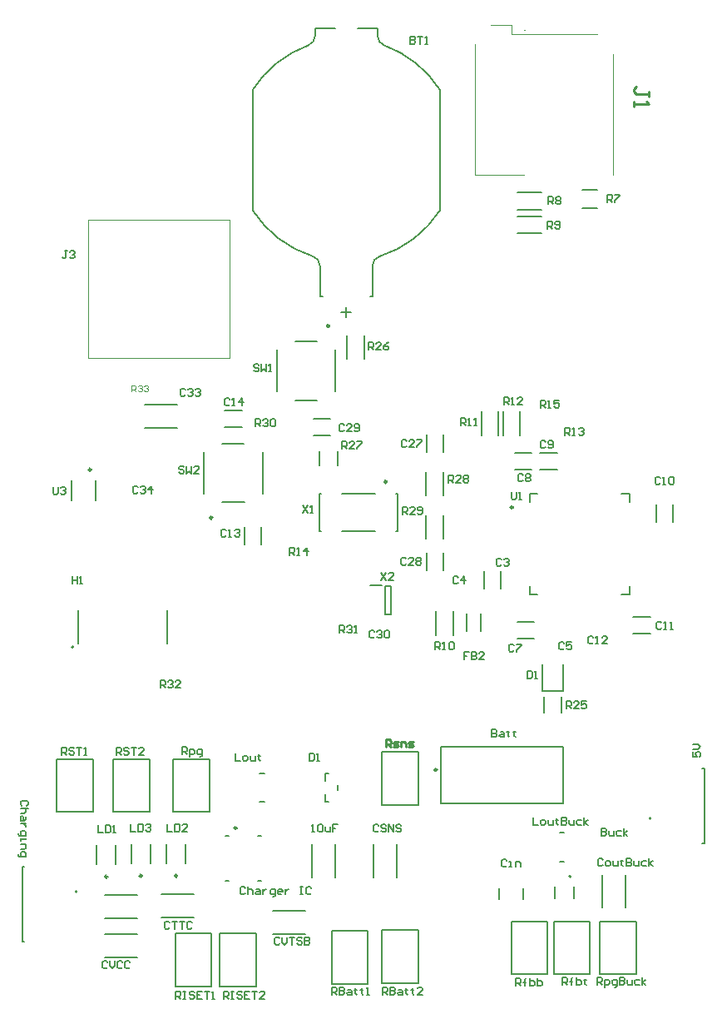
<source format=gto>
G04*
G04 #@! TF.GenerationSoftware,Altium Limited,Altium Designer,23.4.1 (23)*
G04*
G04 Layer_Color=65535*
%FSLAX25Y25*%
%MOIN*%
G70*
G04*
G04 #@! TF.SameCoordinates,3C4277FE-F450-4ED3-BB46-299587BC0101*
G04*
G04*
G04 #@! TF.FilePolarity,Positive*
G04*
G01*
G75*
%ADD10C,0.00394*%
%ADD11C,0.00787*%
%ADD12C,0.00984*%
%ADD13C,0.00500*%
%ADD14C,0.00700*%
%ADD15C,0.01000*%
%ADD16C,0.00492*%
D10*
X453642Y490158D02*
G03*
X453248Y490158I-197J0D01*
G01*
D02*
G03*
X453642Y490158I197J0D01*
G01*
X433465Y432283D02*
Y484646D01*
Y432283D02*
X453248D01*
X488779D02*
Y480709D01*
X439862Y492283D02*
X448130D01*
Y488583D02*
Y492283D01*
Y488583D02*
X482382D01*
X278425Y414449D02*
X335118D01*
Y358937D02*
Y414449D01*
X278425Y358937D02*
X335118D01*
X278425D02*
Y414449D01*
D11*
X274091Y145346D02*
G03*
X274091Y145346I-394J0D01*
G01*
X504035Y174606D02*
G03*
X504035Y174606I-394J0D01*
G01*
X471917Y151390D02*
G03*
X471917Y151390I-394J0D01*
G01*
X272579Y243307D02*
G03*
X272579Y243307I-394J0D01*
G01*
X395358Y399717D02*
G03*
X392382Y395839I1039J-3879D01*
G01*
X395357Y399719D02*
G03*
X419390Y418090I-13468J42525D01*
G01*
X419391Y466398D02*
G03*
X397179Y484149I-37501J-24154D01*
G01*
X394390Y487972D02*
G03*
X397178Y484149I4016J0D01*
G01*
X366602D02*
G03*
X369390Y487972I-1228J3824D01*
G01*
X366602Y484148D02*
G03*
X344390Y466398I15288J-41905D01*
G01*
X344390Y418092D02*
G03*
X368423Y399722I37501J24154D01*
G01*
X371398Y395839D02*
G03*
X368421Y399717I-4016J0D01*
G01*
X493626Y138961D02*
Y152001D01*
X484327Y138961D02*
Y152001D01*
X313386Y107480D02*
Y128740D01*
X327953D01*
Y107480D02*
Y128740D01*
X313386Y107480D02*
X327953D01*
X331102Y107480D02*
Y128740D01*
X345669D01*
Y107480D02*
Y128740D01*
X331102Y107480D02*
X345669D01*
X333465Y167717D02*
X334764D01*
X346339D02*
X347638D01*
Y149606D02*
Y149823D01*
Y167500D02*
Y167717D01*
X333465Y149606D02*
X334764D01*
X346339D02*
X347638D01*
X333465D02*
Y149823D01*
Y167500D02*
Y167717D01*
X301149Y330929D02*
X314189D01*
X301149Y340229D02*
X314189D01*
X285008Y119118D02*
X298047D01*
X285008Y128418D02*
X298047D01*
X303150Y177165D02*
Y198425D01*
X288583Y177165D02*
X303150D01*
X288583D02*
Y198425D01*
X303150D01*
X280315Y177165D02*
Y198425D01*
X265748Y177165D02*
X280315D01*
X265748D02*
Y198425D01*
X280315D01*
X396063Y179921D02*
Y201181D01*
X410630D01*
Y179921D02*
Y201181D01*
X396063Y179921D02*
X410630D01*
X479528Y112205D02*
Y133465D01*
X464961Y112205D02*
X479528D01*
X464961D02*
Y133465D01*
X479528D01*
X483465Y112205D02*
Y133465D01*
X498032D01*
Y112205D02*
Y133465D01*
X483465Y112205D02*
X498032D01*
X448031D02*
Y133465D01*
X462598D01*
Y112205D02*
Y133465D01*
X448031Y112205D02*
X462598D01*
X467308Y168918D02*
X469267D01*
X467308Y157484D02*
X469267D01*
X396063Y108661D02*
Y129921D01*
X410630D01*
Y108661D02*
Y129921D01*
X396063Y108661D02*
X410630D01*
X375984Y108268D02*
Y129528D01*
X390551D01*
Y108268D02*
Y129528D01*
X375984Y108268D02*
X390551D01*
X352346Y137575D02*
X365386D01*
X352346Y128275D02*
X365386D01*
X317504Y156595D02*
Y164469D01*
X309827Y156595D02*
Y164469D01*
X303331Y156595D02*
Y164469D01*
X295654Y156595D02*
Y164469D01*
X289551Y156201D02*
Y164075D01*
X281874Y156201D02*
Y164075D01*
X307842Y134866D02*
X320882D01*
X307842Y144166D02*
X320882D01*
X468701Y180709D02*
Y203346D01*
X419882D02*
X468701D01*
X419882Y180709D02*
Y203346D01*
Y180709D02*
X468701D01*
X312598Y177165D02*
Y198425D01*
X327165D01*
Y177165D02*
Y198425D01*
X312598Y177165D02*
X327165D01*
X443110Y142323D02*
Y146654D01*
X452953Y142323D02*
Y146654D01*
X378543Y185960D02*
Y188055D01*
X373425Y192717D02*
X374697D01*
X373425Y181299D02*
Y184315D01*
Y189701D02*
Y192717D01*
Y181299D02*
X374697D01*
X347056Y181169D02*
X349015D01*
X347056Y192603D02*
X349015D01*
X377339Y151149D02*
Y164189D01*
X368039Y151149D02*
Y164189D01*
X285023Y143874D02*
X298063D01*
X285023Y134575D02*
X298063D01*
X402142Y151149D02*
Y164189D01*
X392842Y151149D02*
Y164189D01*
X310079Y244567D02*
Y258071D01*
X274409Y244567D02*
Y258071D01*
X455315Y304528D02*
X458563D01*
X492224D02*
X495472D01*
Y264370D02*
Y267618D01*
Y301280D02*
Y304528D01*
X455315Y264370D02*
X458563D01*
X492224D02*
X495472D01*
X455315D02*
Y267618D01*
Y301280D02*
Y304528D01*
X451402Y328096D02*
Y337593D01*
X444661Y328096D02*
Y337593D01*
X371398Y383661D02*
X372386D01*
X392382D02*
Y395839D01*
X419390Y418090D02*
Y466399D01*
X394390Y487972D02*
Y491142D01*
X369390D02*
X377386D01*
X369390Y487972D02*
Y491142D01*
X344390Y418090D02*
Y466399D01*
X371398Y383661D02*
Y395839D01*
X381890Y375433D02*
Y379370D01*
X379921Y377402D02*
X383858D01*
X391394Y383661D02*
X392382D01*
X386394Y491142D02*
X394390D01*
X332169Y301201D02*
X341059D01*
X332169Y324784D02*
X340945D01*
X324823Y304709D02*
Y321260D01*
X348406Y304709D02*
Y321260D01*
X353957Y345669D02*
Y362220D01*
X377539Y345669D02*
Y362220D01*
X361417Y342146D02*
X370193D01*
X361303Y365728D02*
X370193D01*
X368680Y334559D02*
X375569D01*
X368701Y327854D02*
X375590D01*
X378543Y315884D02*
Y321790D01*
X371260Y315884D02*
Y321790D01*
X450571Y415670D02*
X460067D01*
X450571Y408929D02*
X460067D01*
X476416Y426378D02*
X482321D01*
X476416Y419094D02*
X482321D01*
X450559Y418480D02*
X460055D01*
X450559Y425221D02*
X460055D01*
X512807Y293384D02*
Y300274D01*
X506102Y293405D02*
Y300295D01*
X437205Y266634D02*
Y273524D01*
X443909Y266655D02*
Y273545D01*
X424630Y248008D02*
Y257504D01*
X417889Y248008D02*
Y257504D01*
X420693Y303913D02*
Y313410D01*
X413952Y303913D02*
Y313410D01*
X449290Y314358D02*
X456180D01*
X449311Y321063D02*
X456201D01*
X420669Y274114D02*
Y281004D01*
X413965Y274093D02*
Y280983D01*
X271654Y301851D02*
Y310119D01*
X281496Y301851D02*
Y310119D01*
X380118Y289764D02*
X393504D01*
X380118Y304724D02*
X393504D01*
X371063Y289764D02*
X371850D01*
X371063D02*
Y304724D01*
X371850D01*
X401772Y289764D02*
X402559D01*
Y304724D01*
X401772D02*
X402559D01*
X389008Y358539D02*
Y368036D01*
X382267Y358539D02*
Y368036D01*
X347846Y284371D02*
Y291261D01*
X341142Y284350D02*
Y291240D01*
X391339Y267913D02*
X396063D01*
X397441Y256299D02*
Y267717D01*
Y256299D02*
X399803D01*
Y267717D01*
X397441D02*
X399803D01*
X450394Y253248D02*
X457283D01*
X450373Y246543D02*
X457262D01*
X435925Y249803D02*
Y256693D01*
X430216Y249803D02*
Y256693D01*
X496949Y255315D02*
X503839D01*
X496928Y248610D02*
X503818D01*
X460433Y225787D02*
Y236417D01*
Y225787D02*
X468701D01*
Y236417D01*
X468110Y217126D02*
Y223425D01*
X461024Y217126D02*
Y223425D01*
X420693Y286590D02*
Y296087D01*
X413952Y286590D02*
Y296087D01*
X333148Y338004D02*
X340038D01*
X333169Y331299D02*
X340059D01*
X420681Y321379D02*
Y328269D01*
X413976Y321358D02*
Y328248D01*
X459568Y314358D02*
X466458D01*
X459547Y321063D02*
X466437D01*
X436197Y328035D02*
Y337532D01*
X442937Y328035D02*
Y337532D01*
D12*
X337992Y170768D02*
G03*
X337992Y170768I-492J0D01*
G01*
X314158Y151673D02*
G03*
X314158Y151673I-492J0D01*
G01*
X299984D02*
G03*
X299984Y151673I-492J0D01*
G01*
X286205Y151279D02*
G03*
X286205Y151279I-492J0D01*
G01*
X418209Y194095D02*
G03*
X418209Y194095I-492J0D01*
G01*
X448720Y299213D02*
G03*
X448720Y299213I-492J0D01*
G01*
X328248Y295079D02*
G03*
X328248Y295079I-492J0D01*
G01*
X375098Y371850D02*
G03*
X375098Y371850I-492J0D01*
G01*
X279626Y314261D02*
G03*
X279626Y314261I-492J0D01*
G01*
X398130Y309449D02*
G03*
X398130Y309449I-492J0D01*
G01*
D13*
X252043Y125268D02*
X252949D01*
X252043D02*
Y155189D01*
X252949D01*
X524390Y194685D02*
X525295D01*
Y164764D02*
Y194685D01*
X524390Y164764D02*
X525295D01*
X473000Y142728D02*
Y147453D01*
X465323Y142728D02*
Y147453D01*
D14*
X332698Y102437D02*
Y105437D01*
X334197D01*
X334697Y104937D01*
Y103937D01*
X334197Y103437D01*
X332698D01*
X333697D02*
X334697Y102437D01*
X335697Y105437D02*
X336696D01*
X336196D01*
Y102437D01*
X335697D01*
X336696D01*
X340195Y104937D02*
X339695Y105437D01*
X338696D01*
X338196Y104937D01*
Y104437D01*
X338696Y103937D01*
X339695D01*
X340195Y103437D01*
Y102937D01*
X339695Y102437D01*
X338696D01*
X338196Y102937D01*
X343194Y105437D02*
X341195D01*
Y102437D01*
X343194D01*
X341195Y103937D02*
X342195D01*
X344194Y105437D02*
X346193D01*
X345194D01*
Y102437D01*
X349192D02*
X347193D01*
X349192Y104437D01*
Y104937D01*
X348692Y105437D01*
X347693D01*
X347193Y104937D01*
X469480Y328028D02*
Y331027D01*
X470979D01*
X471479Y330527D01*
Y329528D01*
X470979Y329028D01*
X469480D01*
X470479D02*
X471479Y328028D01*
X472479D02*
X473478D01*
X472978D01*
Y331027D01*
X472479Y330527D01*
X474978D02*
X475478Y331027D01*
X476477D01*
X476977Y330527D01*
Y330027D01*
X476477Y329528D01*
X475978D01*
X476477D01*
X476977Y329028D01*
Y328528D01*
X476477Y328028D01*
X475478D01*
X474978Y328528D01*
X317292Y346275D02*
X316792Y346775D01*
X315792D01*
X315293Y346275D01*
Y344276D01*
X315792Y343776D01*
X316792D01*
X317292Y344276D01*
X318292Y346275D02*
X318792Y346775D01*
X319791D01*
X320291Y346275D01*
Y345775D01*
X319791Y345276D01*
X319291D01*
X319791D01*
X320291Y344776D01*
Y344276D01*
X319791Y343776D01*
X318792D01*
X318292Y344276D01*
X321291Y346275D02*
X321791Y346775D01*
X322790D01*
X323290Y346275D01*
Y345775D01*
X322790Y345276D01*
X322290D01*
X322790D01*
X323290Y344776D01*
Y344276D01*
X322790Y343776D01*
X321791D01*
X321291Y344276D01*
X286265Y117141D02*
X285765Y117641D01*
X284765D01*
X284266Y117141D01*
Y115142D01*
X284765Y114642D01*
X285765D01*
X286265Y115142D01*
X287265Y117641D02*
Y115642D01*
X288264Y114642D01*
X289264Y115642D01*
Y117641D01*
X292263Y117141D02*
X291763Y117641D01*
X290763D01*
X290264Y117141D01*
Y115142D01*
X290763Y114642D01*
X291763D01*
X292263Y115142D01*
X295262Y117141D02*
X294762Y117641D01*
X293762D01*
X293263Y117141D01*
Y115142D01*
X293762Y114642D01*
X294762D01*
X295262Y115142D01*
X520843Y201272D02*
Y199273D01*
X522342D01*
X521843Y200272D01*
Y200772D01*
X522342Y201272D01*
X523342D01*
X523842Y200772D01*
Y199772D01*
X523342Y199273D01*
X520843Y202272D02*
X522842D01*
X523842Y203271D01*
X522842Y204271D01*
X520843D01*
X289777Y200075D02*
Y203074D01*
X291277D01*
X291777Y202574D01*
Y201575D01*
X291277Y201075D01*
X289777D01*
X290777D02*
X291777Y200075D01*
X294776Y202574D02*
X294276Y203074D01*
X293276D01*
X292776Y202574D01*
Y202075D01*
X293276Y201575D01*
X294276D01*
X294776Y201075D01*
Y200575D01*
X294276Y200075D01*
X293276D01*
X292776Y200575D01*
X295775Y203074D02*
X297775D01*
X296775D01*
Y200075D01*
X300774D02*
X298775D01*
X300774Y202075D01*
Y202574D01*
X300274Y203074D01*
X299274D01*
X298775Y202574D01*
X267836Y200075D02*
Y203074D01*
X269336D01*
X269836Y202574D01*
Y201575D01*
X269336Y201075D01*
X267836D01*
X268836D02*
X269836Y200075D01*
X272835Y202574D02*
X272335Y203074D01*
X271335D01*
X270835Y202574D01*
Y202075D01*
X271335Y201575D01*
X272335D01*
X272835Y201075D01*
Y200575D01*
X272335Y200075D01*
X271335D01*
X270835Y200575D01*
X273834Y203074D02*
X275834D01*
X274834D01*
Y200075D01*
X276833D02*
X277833D01*
X277333D01*
Y203074D01*
X276833Y202574D01*
X316080Y200181D02*
Y203181D01*
X317580D01*
X318079Y202681D01*
Y201681D01*
X317580Y201181D01*
X316080D01*
X317080D02*
X318079Y200181D01*
X319079Y199182D02*
Y202181D01*
X320579D01*
X321078Y201681D01*
Y200681D01*
X320579Y200181D01*
X319079D01*
X323078Y199182D02*
X323578D01*
X324077Y199682D01*
Y202181D01*
X322578D01*
X322078Y201681D01*
Y200681D01*
X322578Y200181D01*
X324077D01*
X482379Y108055D02*
Y111055D01*
X483879D01*
X484378Y110555D01*
Y109555D01*
X483879Y109055D01*
X482379D01*
X483379D02*
X484378Y108055D01*
X485378Y107056D02*
Y110055D01*
X486878D01*
X487378Y109555D01*
Y108555D01*
X486878Y108055D01*
X485378D01*
X489377Y107056D02*
X489877D01*
X490377Y107556D01*
Y110055D01*
X488877D01*
X488377Y109555D01*
Y108555D01*
X488877Y108055D01*
X490377D01*
X491376Y111055D02*
Y108055D01*
X492876D01*
X493376Y108555D01*
Y109055D01*
X492876Y109555D01*
X491376D01*
X492876D01*
X493376Y110055D01*
Y110555D01*
X492876Y111055D01*
X491376D01*
X494375Y110055D02*
Y108555D01*
X494875Y108055D01*
X496375D01*
Y110055D01*
X499374D02*
X497874D01*
X497374Y109555D01*
Y108555D01*
X497874Y108055D01*
X499374D01*
X500373D02*
Y111055D01*
Y109055D02*
X501873Y110055D01*
X500373Y109055D02*
X501873Y108055D01*
X313512Y102437D02*
Y105437D01*
X315012D01*
X315512Y104937D01*
Y103937D01*
X315012Y103437D01*
X313512D01*
X314512D02*
X315512Y102437D01*
X316511Y105437D02*
X317511D01*
X317011D01*
Y102437D01*
X316511D01*
X317511D01*
X321010Y104937D02*
X320510Y105437D01*
X319510D01*
X319011Y104937D01*
Y104437D01*
X319510Y103937D01*
X320510D01*
X321010Y103437D01*
Y102937D01*
X320510Y102437D01*
X319510D01*
X319011Y102937D01*
X324009Y105437D02*
X322010D01*
Y102437D01*
X324009D01*
X322010Y103937D02*
X323009D01*
X325009Y105437D02*
X327008D01*
X326008D01*
Y102437D01*
X328008D02*
X329007D01*
X328507D01*
Y105437D01*
X328008Y104937D01*
X468480Y107949D02*
Y110948D01*
X469979D01*
X470479Y110449D01*
Y109449D01*
X469979Y108949D01*
X468480D01*
X469480D02*
X470479Y107949D01*
X471979D02*
Y110449D01*
Y109449D01*
X471479D01*
X472479D01*
X471979D01*
Y110449D01*
X472479Y110948D01*
X473978D02*
Y107949D01*
X475478D01*
X475978Y108449D01*
Y108949D01*
Y109449D01*
X475478Y109949D01*
X473978D01*
X477477Y110449D02*
Y109949D01*
X476977D01*
X477977D01*
X477477D01*
Y108449D01*
X477977Y107949D01*
X449870Y107556D02*
Y110555D01*
X451369D01*
X451869Y110055D01*
Y109055D01*
X451369Y108555D01*
X449870D01*
X450870D02*
X451869Y107556D01*
X453369D02*
Y110055D01*
Y109055D01*
X452869D01*
X453868D01*
X453369D01*
Y110055D01*
X453868Y110555D01*
X455368D02*
Y107556D01*
X456868D01*
X457367Y108055D01*
Y108555D01*
Y109055D01*
X456868Y109555D01*
X455368D01*
X458367Y110555D02*
Y107556D01*
X459867D01*
X460366Y108055D01*
Y108555D01*
Y109055D01*
X459867Y109555D01*
X458367D01*
X396333Y104012D02*
Y107011D01*
X397833D01*
X398333Y106511D01*
Y105512D01*
X397833Y105012D01*
X396333D01*
X397333D02*
X398333Y104012D01*
X399332Y107011D02*
Y104012D01*
X400832D01*
X401332Y104512D01*
Y105012D01*
X400832Y105512D01*
X399332D01*
X400832D01*
X401332Y106012D01*
Y106511D01*
X400832Y107011D01*
X399332D01*
X402831Y106012D02*
X403831D01*
X404331Y105512D01*
Y104012D01*
X402831D01*
X402331Y104512D01*
X402831Y105012D01*
X404331D01*
X405830Y106511D02*
Y106012D01*
X405330D01*
X406330D01*
X405830D01*
Y104512D01*
X406330Y104012D01*
X408329Y106511D02*
Y106012D01*
X407830D01*
X408829D01*
X408329D01*
Y104512D01*
X408829Y104012D01*
X412328D02*
X410329D01*
X412328Y106012D01*
Y106511D01*
X411828Y107011D01*
X410829D01*
X410329Y106511D01*
X375967Y104012D02*
Y107011D01*
X377467D01*
X377966Y106511D01*
Y105512D01*
X377467Y105012D01*
X375967D01*
X376967D02*
X377966Y104012D01*
X378966Y107011D02*
Y104012D01*
X380466D01*
X380965Y104512D01*
Y105012D01*
X380466Y105512D01*
X378966D01*
X380466D01*
X380965Y106012D01*
Y106511D01*
X380466Y107011D01*
X378966D01*
X382465Y106012D02*
X383465D01*
X383964Y105512D01*
Y104012D01*
X382465D01*
X381965Y104512D01*
X382465Y105012D01*
X383964D01*
X385464Y106511D02*
Y106012D01*
X384964D01*
X385964D01*
X385464D01*
Y104512D01*
X385964Y104012D01*
X387963Y106511D02*
Y106012D01*
X387463D01*
X388463D01*
X387963D01*
Y104512D01*
X388463Y104012D01*
X389963D02*
X390962D01*
X390462D01*
Y107011D01*
X389963Y106511D01*
X337300Y200699D02*
Y197700D01*
X339299D01*
X340799D02*
X341798D01*
X342298Y198200D01*
Y199199D01*
X341798Y199699D01*
X340799D01*
X340299Y199199D01*
Y198200D01*
X340799Y197700D01*
X343298Y199699D02*
Y198200D01*
X343798Y197700D01*
X345297D01*
Y199699D01*
X346797Y200199D02*
Y199699D01*
X346297D01*
X347297D01*
X346797D01*
Y198200D01*
X347297Y197700D01*
X456720Y175122D02*
Y172123D01*
X458719D01*
X460219D02*
X461219D01*
X461719Y172622D01*
Y173622D01*
X461219Y174122D01*
X460219D01*
X459719Y173622D01*
Y172622D01*
X460219Y172123D01*
X462718Y174122D02*
Y172622D01*
X463218Y172123D01*
X464717D01*
Y174122D01*
X466217Y174622D02*
Y174122D01*
X465717D01*
X466717D01*
X466217D01*
Y172622D01*
X466717Y172123D01*
X468216Y175122D02*
Y172123D01*
X469716D01*
X470216Y172622D01*
Y173122D01*
X469716Y173622D01*
X468216D01*
X469716D01*
X470216Y174122D01*
Y174622D01*
X469716Y175122D01*
X468216D01*
X471215Y174122D02*
Y172622D01*
X471715Y172123D01*
X473215D01*
Y174122D01*
X476214D02*
X474714D01*
X474214Y173622D01*
Y172622D01*
X474714Y172123D01*
X476214D01*
X477213D02*
Y175122D01*
Y173122D02*
X478713Y174122D01*
X477213Y173122D02*
X478713Y172123D01*
X295608Y172366D02*
Y169367D01*
X297607D01*
X298607Y172366D02*
Y169367D01*
X300106D01*
X300606Y169867D01*
Y171866D01*
X300106Y172366D01*
X298607D01*
X301606Y171866D02*
X302105Y172366D01*
X303105D01*
X303605Y171866D01*
Y171366D01*
X303105Y170866D01*
X302605D01*
X303105D01*
X303605Y170366D01*
Y169867D01*
X303105Y169367D01*
X302105D01*
X301606Y169867D01*
X367000Y200799D02*
Y197800D01*
X368499D01*
X368999Y198300D01*
Y200299D01*
X368499Y200799D01*
X367000D01*
X369999Y197800D02*
X370999D01*
X370499D01*
Y200799D01*
X369999Y200299D01*
X355238Y126590D02*
X354738Y127090D01*
X353738D01*
X353239Y126590D01*
Y124591D01*
X353738Y124091D01*
X354738D01*
X355238Y124591D01*
X356238Y127090D02*
Y125091D01*
X357237Y124091D01*
X358237Y125091D01*
Y127090D01*
X359237D02*
X361236D01*
X360236D01*
Y124091D01*
X364235Y126590D02*
X363735Y127090D01*
X362735D01*
X362236Y126590D01*
Y126090D01*
X362735Y125591D01*
X363735D01*
X364235Y125091D01*
Y124591D01*
X363735Y124091D01*
X362735D01*
X362236Y124591D01*
X365235Y127090D02*
Y124091D01*
X366734D01*
X367234Y124591D01*
Y125091D01*
X366734Y125591D01*
X365235D01*
X366734D01*
X367234Y126090D01*
Y126590D01*
X366734Y127090D01*
X365235D01*
X311068Y132889D02*
X310568Y133389D01*
X309569D01*
X309069Y132889D01*
Y130890D01*
X309569Y130390D01*
X310568D01*
X311068Y130890D01*
X312068Y133389D02*
X314067D01*
X313067D01*
Y130390D01*
X315067Y133389D02*
X317066D01*
X316066D01*
Y130390D01*
X320065Y132889D02*
X319565Y133389D01*
X318566D01*
X318066Y132889D01*
Y130890D01*
X318566Y130390D01*
X319565D01*
X320065Y130890D01*
X394799Y171799D02*
X394300Y172299D01*
X393300D01*
X392800Y171799D01*
Y169800D01*
X393300Y169300D01*
X394300D01*
X394799Y169800D01*
X397798Y171799D02*
X397299Y172299D01*
X396299D01*
X395799Y171799D01*
Y171299D01*
X396299Y170800D01*
X397299D01*
X397798Y170300D01*
Y169800D01*
X397299Y169300D01*
X396299D01*
X395799Y169800D01*
X398798Y169300D02*
Y172299D01*
X400797Y169300D01*
Y172299D01*
X403796Y171799D02*
X403297Y172299D01*
X402297D01*
X401797Y171799D01*
Y171299D01*
X402297Y170800D01*
X403297D01*
X403796Y170300D01*
Y169800D01*
X403297Y169300D01*
X402297D01*
X401797Y169800D01*
X484704Y158086D02*
X484204Y158586D01*
X483204D01*
X482704Y158086D01*
Y156087D01*
X483204Y155587D01*
X484204D01*
X484704Y156087D01*
X486203Y155587D02*
X487203D01*
X487703Y156087D01*
Y157087D01*
X487203Y157586D01*
X486203D01*
X485703Y157087D01*
Y156087D01*
X486203Y155587D01*
X488702Y157586D02*
Y156087D01*
X489202Y155587D01*
X490702D01*
Y157586D01*
X492201Y158086D02*
Y157586D01*
X491701D01*
X492701D01*
X492201D01*
Y156087D01*
X492701Y155587D01*
X494201Y158586D02*
Y155587D01*
X495700D01*
X496200Y156087D01*
Y156587D01*
X495700Y157087D01*
X494201D01*
X495700D01*
X496200Y157586D01*
Y158086D01*
X495700Y158586D01*
X494201D01*
X497200Y157586D02*
Y156087D01*
X497699Y155587D01*
X499199D01*
Y157586D01*
X502198D02*
X500699D01*
X500199Y157087D01*
Y156087D01*
X500699Y155587D01*
X502198D01*
X503198D02*
Y158586D01*
Y156587D02*
X504697Y157586D01*
X503198Y156587D02*
X504697Y155587D01*
X446282Y157693D02*
X445782Y158192D01*
X444783D01*
X444283Y157693D01*
Y155693D01*
X444783Y155193D01*
X445782D01*
X446282Y155693D01*
X447282Y155193D02*
X448281D01*
X447782D01*
Y157193D01*
X447282D01*
X449781Y155193D02*
Y157193D01*
X451280D01*
X451780Y156693D01*
Y155193D01*
X253862Y179719D02*
X254362Y180219D01*
Y181219D01*
X253862Y181719D01*
X251862D01*
X251362Y181219D01*
Y180219D01*
X251862Y179719D01*
X254362Y178720D02*
X251362D01*
X252862D01*
X253362Y178220D01*
Y177220D01*
X252862Y176720D01*
X251362D01*
X253362Y175221D02*
Y174221D01*
X252862Y173721D01*
X251362D01*
Y175221D01*
X251862Y175721D01*
X252362Y175221D01*
Y173721D01*
X253362Y172722D02*
X251362D01*
X252362D01*
X252862Y172222D01*
X253362Y171722D01*
Y171222D01*
X250363Y168723D02*
Y168223D01*
X250863Y167723D01*
X253362D01*
Y169223D01*
X252862Y169723D01*
X251862D01*
X251362Y169223D01*
Y167723D01*
Y166724D02*
Y165724D01*
Y166224D01*
X253362D01*
Y166724D01*
X251362Y164225D02*
X253362D01*
Y162725D01*
X252862Y162225D01*
X251362D01*
X250363Y160226D02*
Y159726D01*
X250863Y159226D01*
X253362D01*
Y160726D01*
X252862Y161225D01*
X251862D01*
X251362Y160726D01*
Y159226D01*
X282328Y171972D02*
Y168973D01*
X284327D01*
X285327Y171972D02*
Y168973D01*
X286826D01*
X287326Y169473D01*
Y171472D01*
X286826Y171972D01*
X285327D01*
X288326Y168973D02*
X289326D01*
X288826D01*
Y171972D01*
X288326Y171472D01*
X341297Y146775D02*
X340797Y147275D01*
X339798D01*
X339298Y146775D01*
Y144776D01*
X339798Y144276D01*
X340797D01*
X341297Y144776D01*
X342297Y147275D02*
Y144276D01*
Y145775D01*
X342797Y146275D01*
X343796D01*
X344296Y145775D01*
Y144276D01*
X345796Y146275D02*
X346796D01*
X347295Y145775D01*
Y144276D01*
X345796D01*
X345296Y144776D01*
X345796Y145276D01*
X347295D01*
X348295Y146275D02*
Y144276D01*
Y145276D01*
X348795Y145775D01*
X349295Y146275D01*
X349795D01*
X352294Y143276D02*
X352794D01*
X353293Y143776D01*
Y146275D01*
X351794D01*
X351294Y145775D01*
Y144776D01*
X351794Y144276D01*
X353293D01*
X355793D02*
X354793D01*
X354293Y144776D01*
Y145775D01*
X354793Y146275D01*
X355793D01*
X356292Y145775D01*
Y145276D01*
X354293D01*
X357292Y146275D02*
Y144276D01*
Y145276D01*
X357792Y145775D01*
X358292Y146275D01*
X358792D01*
X363290Y147275D02*
X364290D01*
X363790D01*
Y144276D01*
X363290D01*
X364290D01*
X367789Y146775D02*
X367289Y147275D01*
X366289D01*
X365789Y146775D01*
Y144776D01*
X366289Y144276D01*
X367289D01*
X367789Y144776D01*
X484122Y170791D02*
Y167792D01*
X485621D01*
X486121Y168292D01*
Y168791D01*
X485621Y169291D01*
X484122D01*
X485621D01*
X486121Y169791D01*
Y170291D01*
X485621Y170791D01*
X484122D01*
X487121Y169791D02*
Y168292D01*
X487621Y167792D01*
X489120D01*
Y169791D01*
X492119D02*
X490620D01*
X490120Y169291D01*
Y168292D01*
X490620Y167792D01*
X492119D01*
X493119D02*
Y170791D01*
Y168791D02*
X494618Y169791D01*
X493119Y168791D02*
X494618Y167792D01*
X440133Y210161D02*
Y207162D01*
X441633D01*
X442133Y207662D01*
Y208162D01*
X441633Y208661D01*
X440133D01*
X441633D01*
X442133Y209161D01*
Y209661D01*
X441633Y210161D01*
X440133D01*
X443632Y209161D02*
X444632D01*
X445132Y208661D01*
Y207162D01*
X443632D01*
X443132Y207662D01*
X443632Y208162D01*
X445132D01*
X446631Y209661D02*
Y209161D01*
X446132D01*
X447131D01*
X446631D01*
Y207662D01*
X447131Y207162D01*
X449130Y209661D02*
Y209161D01*
X448631D01*
X449630D01*
X449130D01*
Y207662D01*
X449630Y207162D01*
X368000Y169300D02*
X369000D01*
X368500D01*
Y172299D01*
X368000Y171799D01*
X370499D02*
X370999Y172299D01*
X371999D01*
X372498Y171799D01*
Y169800D01*
X371999Y169300D01*
X370999D01*
X370499Y169800D01*
Y171799D01*
X373498Y171299D02*
Y169800D01*
X373998Y169300D01*
X375498D01*
Y171299D01*
X378497Y172299D02*
X376497D01*
Y170800D01*
X377497D01*
X376497D01*
Y169300D01*
X310174Y172366D02*
Y169367D01*
X312174D01*
X313174Y172366D02*
Y169367D01*
X314673D01*
X315173Y169867D01*
Y171866D01*
X314673Y172366D01*
X313174D01*
X318172Y169367D02*
X316173D01*
X318172Y171366D01*
Y171866D01*
X317672Y172366D01*
X316672D01*
X316173Y171866D01*
X448001Y305436D02*
Y302937D01*
X448500Y302437D01*
X449500D01*
X450000Y302937D01*
Y305436D01*
X451000Y302437D02*
X451999D01*
X451500D01*
Y305436D01*
X451000Y304937D01*
X445070Y340233D02*
Y343232D01*
X446570D01*
X447070Y342732D01*
Y341732D01*
X446570Y341232D01*
X445070D01*
X446070D02*
X447070Y340233D01*
X448069D02*
X449069D01*
X448569D01*
Y343232D01*
X448069Y342732D01*
X452568Y340233D02*
X450568D01*
X452568Y342232D01*
Y342732D01*
X452068Y343232D01*
X451068D01*
X450568Y342732D01*
X272100Y271599D02*
Y268600D01*
Y270099D01*
X274099D01*
Y271599D01*
Y268600D01*
X275099D02*
X276099D01*
X275599D01*
Y271599D01*
X275099Y271099D01*
X269973Y401893D02*
X268973D01*
X269473D01*
Y399394D01*
X268973Y398894D01*
X268473D01*
X267973Y399394D01*
X270972Y401393D02*
X271472Y401893D01*
X272472D01*
X272972Y401393D01*
Y400893D01*
X272472Y400394D01*
X271972D01*
X272472D01*
X272972Y399894D01*
Y399394D01*
X272472Y398894D01*
X271472D01*
X270972Y399394D01*
X298394Y307299D02*
X297895Y307799D01*
X296895D01*
X296395Y307299D01*
Y305299D01*
X296895Y304800D01*
X297895D01*
X298394Y305299D01*
X299394Y307299D02*
X299894Y307799D01*
X300894D01*
X301393Y307299D01*
Y306799D01*
X300894Y306299D01*
X300394D01*
X300894D01*
X301393Y305799D01*
Y305299D01*
X300894Y304800D01*
X299894D01*
X299394Y305299D01*
X303893Y304800D02*
Y307799D01*
X302393Y306299D01*
X304392D01*
X395926Y273153D02*
X397925Y270154D01*
Y273153D02*
X395926Y270154D01*
X400924D02*
X398925D01*
X400924Y272153D01*
Y272653D01*
X400425Y273153D01*
X399425D01*
X398925Y272653D01*
X364536Y299925D02*
X366535Y296926D01*
Y299925D02*
X364536Y296926D01*
X367535D02*
X368535D01*
X368035D01*
Y299925D01*
X367535Y299425D01*
X264430Y307405D02*
Y304906D01*
X264930Y304406D01*
X265930D01*
X266429Y304906D01*
Y307405D01*
X267429Y306905D02*
X267929Y307405D01*
X268929D01*
X269428Y306905D01*
Y306405D01*
X268929Y305906D01*
X268429D01*
X268929D01*
X269428Y305406D01*
Y304906D01*
X268929Y304406D01*
X267929D01*
X267429Y304906D01*
X316898Y315173D02*
X316399Y315673D01*
X315399D01*
X314899Y315173D01*
Y314673D01*
X315399Y314173D01*
X316399D01*
X316898Y313673D01*
Y313174D01*
X316399Y312674D01*
X315399D01*
X314899Y313174D01*
X317898Y315673D02*
Y312674D01*
X318898Y313673D01*
X319897Y312674D01*
Y315673D01*
X322896Y312674D02*
X320897D01*
X322896Y314673D01*
Y315173D01*
X322396Y315673D01*
X321397D01*
X320897Y315173D01*
X346926Y356118D02*
X346426Y356618D01*
X345426D01*
X344926Y356118D01*
Y355618D01*
X345426Y355118D01*
X346426D01*
X346926Y354618D01*
Y354118D01*
X346426Y353619D01*
X345426D01*
X344926Y354118D01*
X347925Y356618D02*
Y353619D01*
X348925Y354618D01*
X349925Y353619D01*
Y356618D01*
X350924Y353619D02*
X351924D01*
X351424D01*
Y356618D01*
X350924Y356118D01*
X307419Y226847D02*
Y229846D01*
X308918D01*
X309418Y229346D01*
Y228346D01*
X308918Y227847D01*
X307419D01*
X308418D02*
X309418Y226847D01*
X310418Y229346D02*
X310917Y229846D01*
X311917D01*
X312417Y229346D01*
Y228846D01*
X311917Y228346D01*
X311417D01*
X311917D01*
X312417Y227847D01*
Y227347D01*
X311917Y226847D01*
X310917D01*
X310418Y227347D01*
X315416Y226847D02*
X313417D01*
X315416Y228846D01*
Y229346D01*
X314916Y229846D01*
X313916D01*
X313417Y229346D01*
X379178Y248894D02*
Y251893D01*
X380678D01*
X381178Y251393D01*
Y250394D01*
X380678Y249894D01*
X379178D01*
X380178D02*
X381178Y248894D01*
X382177Y251393D02*
X382677Y251893D01*
X383677D01*
X384177Y251393D01*
Y250893D01*
X383677Y250394D01*
X383177D01*
X383677D01*
X384177Y249894D01*
Y249394D01*
X383677Y248894D01*
X382677D01*
X382177Y249394D01*
X385176Y248894D02*
X386176D01*
X385676D01*
Y251893D01*
X385176Y251393D01*
X345608Y331571D02*
Y334570D01*
X347107D01*
X347607Y334071D01*
Y333071D01*
X347107Y332571D01*
X345608D01*
X346607D02*
X347607Y331571D01*
X348607Y334071D02*
X349107Y334570D01*
X350106D01*
X350606Y334071D01*
Y333571D01*
X350106Y333071D01*
X349606D01*
X350106D01*
X350606Y332571D01*
Y332071D01*
X350106Y331571D01*
X349107D01*
X348607Y332071D01*
X351606Y334071D02*
X352105Y334570D01*
X353105D01*
X353605Y334071D01*
Y332071D01*
X353105Y331571D01*
X352105D01*
X351606Y332071D01*
Y334071D01*
X404367Y296434D02*
Y299433D01*
X405867D01*
X406367Y298933D01*
Y297933D01*
X405867Y297433D01*
X404367D01*
X405367D02*
X406367Y296434D01*
X409366D02*
X407367D01*
X409366Y298433D01*
Y298933D01*
X408866Y299433D01*
X407866D01*
X407367Y298933D01*
X410365Y296933D02*
X410865Y296434D01*
X411865D01*
X412365Y296933D01*
Y298933D01*
X411865Y299433D01*
X410865D01*
X410365Y298933D01*
Y298433D01*
X410865Y297933D01*
X412365D01*
X422871Y309130D02*
Y312129D01*
X424371D01*
X424871Y311630D01*
Y310630D01*
X424371Y310130D01*
X422871D01*
X423871D02*
X424871Y309130D01*
X427870D02*
X425870D01*
X427870Y311130D01*
Y311630D01*
X427370Y312129D01*
X426370D01*
X425870Y311630D01*
X428869D02*
X429369Y312129D01*
X430369D01*
X430869Y311630D01*
Y311130D01*
X430369Y310630D01*
X430869Y310130D01*
Y309630D01*
X430369Y309130D01*
X429369D01*
X428869Y309630D01*
Y310130D01*
X429369Y310630D01*
X428869Y311130D01*
Y311630D01*
X429369Y310630D02*
X430369D01*
X380253Y322516D02*
Y325515D01*
X381753D01*
X382253Y325015D01*
Y324016D01*
X381753Y323516D01*
X380253D01*
X381253D02*
X382253Y322516D01*
X385252D02*
X383252D01*
X385252Y324516D01*
Y325015D01*
X384752Y325515D01*
X383752D01*
X383252Y325015D01*
X386251Y325515D02*
X388251D01*
Y325015D01*
X386251Y323016D01*
Y322516D01*
X390883Y362280D02*
Y365279D01*
X392383D01*
X392882Y364779D01*
Y363779D01*
X392383Y363280D01*
X390883D01*
X391883D02*
X392882Y362280D01*
X395882D02*
X393882D01*
X395882Y364279D01*
Y364779D01*
X395382Y365279D01*
X394382D01*
X393882Y364779D01*
X398881Y365279D02*
X397881Y364779D01*
X396881Y363779D01*
Y362780D01*
X397381Y362280D01*
X398381D01*
X398881Y362780D01*
Y363280D01*
X398381Y363779D01*
X396881D01*
X470017Y218579D02*
Y221578D01*
X471517D01*
X472016Y221078D01*
Y220079D01*
X471517Y219579D01*
X470017D01*
X471017D02*
X472016Y218579D01*
X475015D02*
X473016D01*
X475015Y220579D01*
Y221078D01*
X474516Y221578D01*
X473516D01*
X473016Y221078D01*
X478015Y221578D02*
X476015D01*
Y220079D01*
X477015Y220579D01*
X477515D01*
X478015Y220079D01*
Y219079D01*
X477515Y218579D01*
X476515D01*
X476015Y219079D01*
X459637Y339052D02*
Y342051D01*
X461137D01*
X461636Y341551D01*
Y340551D01*
X461137Y340051D01*
X459637D01*
X460637D02*
X461636Y339052D01*
X462636D02*
X463636D01*
X463136D01*
Y342051D01*
X462636Y341551D01*
X467135Y342051D02*
X465135D01*
Y340551D01*
X466135Y341051D01*
X466635D01*
X467135Y340551D01*
Y339551D01*
X466635Y339052D01*
X465635D01*
X465135Y339551D01*
X359243Y279996D02*
Y282996D01*
X360743D01*
X361243Y282496D01*
Y281496D01*
X360743Y280996D01*
X359243D01*
X360243D02*
X361243Y279996D01*
X362242D02*
X363242D01*
X362742D01*
Y282996D01*
X362242Y282496D01*
X366241Y279996D02*
Y282996D01*
X364742Y281496D01*
X366741D01*
X427657Y331867D02*
Y334866D01*
X429156D01*
X429656Y334366D01*
Y333366D01*
X429156Y332866D01*
X427657D01*
X428656D02*
X429656Y331867D01*
X430656D02*
X431655D01*
X431155D01*
Y334866D01*
X430656Y334366D01*
X433155Y331867D02*
X434155D01*
X433655D01*
Y334866D01*
X433155Y334366D01*
X417511Y242201D02*
Y245200D01*
X419011D01*
X419510Y244701D01*
Y243701D01*
X419011Y243201D01*
X417511D01*
X418511D02*
X419510Y242201D01*
X420510D02*
X421510D01*
X421010D01*
Y245200D01*
X420510Y244701D01*
X423009D02*
X423509Y245200D01*
X424509D01*
X425009Y244701D01*
Y242701D01*
X424509Y242201D01*
X423509D01*
X423009Y242701D01*
Y244701D01*
X462461Y410705D02*
Y413704D01*
X463961D01*
X464461Y413204D01*
Y412205D01*
X463961Y411705D01*
X462461D01*
X463461D02*
X464461Y410705D01*
X465460Y411205D02*
X465960Y410705D01*
X466960D01*
X467460Y411205D01*
Y413204D01*
X466960Y413704D01*
X465960D01*
X465460Y413204D01*
Y412705D01*
X465960Y412205D01*
X467460D01*
X462855Y420548D02*
Y423547D01*
X464355D01*
X464854Y423047D01*
Y422047D01*
X464355Y421547D01*
X462855D01*
X463855D02*
X464854Y420548D01*
X465854Y423047D02*
X466354Y423547D01*
X467354D01*
X467853Y423047D01*
Y422547D01*
X467354Y422047D01*
X467853Y421547D01*
Y421048D01*
X467354Y420548D01*
X466354D01*
X465854Y421048D01*
Y421547D01*
X466354Y422047D01*
X465854Y422547D01*
Y423047D01*
X466354Y422047D02*
X467354D01*
X486576Y421434D02*
Y424433D01*
X488075D01*
X488575Y423933D01*
Y422933D01*
X488075Y422433D01*
X486576D01*
X487575D02*
X488575Y421434D01*
X489575Y424433D02*
X491574D01*
Y423933D01*
X489575Y421933D01*
Y421434D01*
X431072Y241263D02*
X429072D01*
Y239764D01*
X430072D01*
X429072D01*
Y238264D01*
X432071Y241263D02*
Y238264D01*
X433571D01*
X434071Y238764D01*
Y239264D01*
X433571Y239764D01*
X432071D01*
X433571D01*
X434071Y240264D01*
Y240763D01*
X433571Y241263D01*
X432071D01*
X437070Y238264D02*
X435070D01*
X437070Y240264D01*
Y240763D01*
X436570Y241263D01*
X435570D01*
X435070Y240763D01*
X454300Y233783D02*
Y230784D01*
X455799D01*
X456299Y231284D01*
Y233283D01*
X455799Y233783D01*
X454300D01*
X457299Y230784D02*
X458299D01*
X457799D01*
Y233783D01*
X457299Y233283D01*
X393276Y249425D02*
X392776Y249925D01*
X391777D01*
X391277Y249425D01*
Y247426D01*
X391777Y246926D01*
X392776D01*
X393276Y247426D01*
X394276Y249425D02*
X394776Y249925D01*
X395775D01*
X396275Y249425D01*
Y248925D01*
X395775Y248425D01*
X395276D01*
X395775D01*
X396275Y247925D01*
Y247426D01*
X395775Y246926D01*
X394776D01*
X394276Y247426D01*
X397275Y249425D02*
X397775Y249925D01*
X398775D01*
X399274Y249425D01*
Y247426D01*
X398775Y246926D01*
X397775D01*
X397275Y247426D01*
Y249425D01*
X381071Y332102D02*
X380572Y332602D01*
X379572D01*
X379072Y332102D01*
Y330103D01*
X379572Y329603D01*
X380572D01*
X381071Y330103D01*
X384071Y329603D02*
X382071D01*
X384071Y331602D01*
Y332102D01*
X383571Y332602D01*
X382571D01*
X382071Y332102D01*
X385070Y330103D02*
X385570Y329603D01*
X386570D01*
X387070Y330103D01*
Y332102D01*
X386570Y332602D01*
X385570D01*
X385070Y332102D01*
Y331602D01*
X385570Y331102D01*
X387070D01*
X405875Y278559D02*
X405375Y279059D01*
X404375D01*
X403875Y278559D01*
Y276559D01*
X404375Y276060D01*
X405375D01*
X405875Y276559D01*
X408874Y276060D02*
X406874D01*
X408874Y278059D01*
Y278559D01*
X408374Y279059D01*
X407374D01*
X406874Y278559D01*
X409873D02*
X410373Y279059D01*
X411373D01*
X411873Y278559D01*
Y278059D01*
X411373Y277559D01*
X411873Y277059D01*
Y276559D01*
X411373Y276060D01*
X410373D01*
X409873Y276559D01*
Y277059D01*
X410373Y277559D01*
X409873Y278059D01*
Y278559D01*
X410373Y277559D02*
X411373D01*
X405973Y325803D02*
X405473Y326303D01*
X404474D01*
X403974Y325803D01*
Y323803D01*
X404474Y323304D01*
X405473D01*
X405973Y323803D01*
X408972Y323304D02*
X406973D01*
X408972Y325303D01*
Y325803D01*
X408472Y326303D01*
X407473D01*
X406973Y325803D01*
X409972Y326303D02*
X411971D01*
Y325803D01*
X409972Y323803D01*
Y323304D01*
X335258Y342338D02*
X334759Y342838D01*
X333759D01*
X333259Y342338D01*
Y340339D01*
X333759Y339839D01*
X334759D01*
X335258Y340339D01*
X336258Y339839D02*
X337258D01*
X336758D01*
Y342838D01*
X336258Y342338D01*
X340257Y339839D02*
Y342838D01*
X338757Y341339D01*
X340757D01*
X333684Y289976D02*
X333184Y290476D01*
X332184D01*
X331684Y289976D01*
Y287977D01*
X332184Y287477D01*
X333184D01*
X333684Y287977D01*
X334683Y287477D02*
X335683D01*
X335183D01*
Y290476D01*
X334683Y289976D01*
X337182D02*
X337682Y290476D01*
X338682D01*
X339182Y289976D01*
Y289476D01*
X338682Y288976D01*
X338182D01*
X338682D01*
X339182Y288476D01*
Y287977D01*
X338682Y287477D01*
X337682D01*
X337182Y287977D01*
X480928Y247063D02*
X480428Y247563D01*
X479428D01*
X478928Y247063D01*
Y245063D01*
X479428Y244564D01*
X480428D01*
X480928Y245063D01*
X481927Y244564D02*
X482927D01*
X482427D01*
Y247563D01*
X481927Y247063D01*
X486426Y244564D02*
X484427D01*
X486426Y246563D01*
Y247063D01*
X485926Y247563D01*
X484927D01*
X484427Y247063D01*
X508199Y252968D02*
X507699Y253468D01*
X506700D01*
X506200Y252968D01*
Y250969D01*
X506700Y250469D01*
X507699D01*
X508199Y250969D01*
X509199Y250469D02*
X510199D01*
X509699D01*
Y253468D01*
X509199Y252968D01*
X511698Y250469D02*
X512698D01*
X512198D01*
Y253468D01*
X511698Y252968D01*
X507699Y310842D02*
X507200Y311342D01*
X506200D01*
X505700Y310842D01*
Y308843D01*
X506200Y308343D01*
X507200D01*
X507699Y308843D01*
X508699Y308343D02*
X509699D01*
X509199D01*
Y311342D01*
X508699Y310842D01*
X511198D02*
X511698Y311342D01*
X512698D01*
X513198Y310842D01*
Y308843D01*
X512698Y308343D01*
X511698D01*
X511198Y308843D01*
Y310842D01*
X461705Y325409D02*
X461205Y325909D01*
X460205D01*
X459705Y325409D01*
Y323410D01*
X460205Y322910D01*
X461205D01*
X461705Y323410D01*
X462705D02*
X463204Y322910D01*
X464204D01*
X464704Y323410D01*
Y325409D01*
X464204Y325909D01*
X463204D01*
X462705Y325409D01*
Y324909D01*
X463204Y324410D01*
X464704D01*
X452650Y312023D02*
X452150Y312523D01*
X451150D01*
X450650Y312023D01*
Y310024D01*
X451150Y309524D01*
X452150D01*
X452650Y310024D01*
X453649Y312023D02*
X454149Y312523D01*
X455149D01*
X455649Y312023D01*
Y311524D01*
X455149Y311024D01*
X455649Y310524D01*
Y310024D01*
X455149Y309524D01*
X454149D01*
X453649Y310024D01*
Y310524D01*
X454149Y311024D01*
X453649Y311524D01*
Y312023D01*
X454149Y311024D02*
X455149D01*
X449107Y243913D02*
X448607Y244413D01*
X447607D01*
X447107Y243913D01*
Y241914D01*
X447607Y241414D01*
X448607D01*
X449107Y241914D01*
X450106Y244413D02*
X452106D01*
Y243913D01*
X450106Y241914D01*
Y241414D01*
X469185Y244799D02*
X468685Y245299D01*
X467686D01*
X467186Y244799D01*
Y242799D01*
X467686Y242300D01*
X468685D01*
X469185Y242799D01*
X472184Y245299D02*
X470185D01*
Y243799D01*
X471185Y244299D01*
X471684D01*
X472184Y243799D01*
Y242799D01*
X471684Y242300D01*
X470685D01*
X470185Y242799D01*
X426665Y271078D02*
X426166Y271578D01*
X425166D01*
X424666Y271078D01*
Y269079D01*
X425166Y268579D01*
X426166D01*
X426665Y269079D01*
X429165Y268579D02*
Y271578D01*
X427665Y270079D01*
X429665D01*
X443988Y278165D02*
X443489Y278665D01*
X442489D01*
X441989Y278165D01*
Y276166D01*
X442489Y275666D01*
X443489D01*
X443988Y276166D01*
X444988Y278165D02*
X445488Y278665D01*
X446488D01*
X446987Y278165D01*
Y277665D01*
X446488Y277165D01*
X445988D01*
X446488D01*
X446987Y276665D01*
Y276166D01*
X446488Y275666D01*
X445488D01*
X444988Y276166D01*
X407525Y487720D02*
Y484721D01*
X409024D01*
X409524Y485221D01*
Y485721D01*
X409024Y486221D01*
X407525D01*
X409024D01*
X409524Y486720D01*
Y487220D01*
X409024Y487720D01*
X407525D01*
X410524D02*
X412523D01*
X411523D01*
Y484721D01*
X413523D02*
X414523D01*
X414023D01*
Y487720D01*
X413523Y487220D01*
D15*
X502999Y463779D02*
Y465779D01*
Y464779D01*
X498001D01*
X497001Y465779D01*
Y466779D01*
X498001Y467778D01*
X497001Y461780D02*
Y459781D01*
Y460780D01*
X502999D01*
X501999Y461780D01*
X397651Y203225D02*
Y206224D01*
X399151D01*
X399651Y205724D01*
Y204724D01*
X399151Y204225D01*
X397651D01*
X398651D02*
X399651Y203225D01*
X400650D02*
X402150D01*
X402650Y203725D01*
X402150Y204225D01*
X401150D01*
X400650Y204724D01*
X401150Y205224D01*
X402650D01*
X403649Y203225D02*
Y205224D01*
X405149D01*
X405649Y204724D01*
Y203225D01*
X406648D02*
X408148D01*
X408648Y203725D01*
X408148Y204225D01*
X407148D01*
X406648Y204724D01*
X407148Y205224D01*
X408648D01*
D16*
X295880Y345601D02*
Y348100D01*
X297130D01*
X297547Y347684D01*
Y346850D01*
X297130Y346434D01*
X295880D01*
X296713D02*
X297547Y345601D01*
X298379Y347684D02*
X298796Y348100D01*
X299629D01*
X300046Y347684D01*
Y347267D01*
X299629Y346850D01*
X299213D01*
X299629D01*
X300046Y346434D01*
Y346017D01*
X299629Y345601D01*
X298796D01*
X298379Y346017D01*
X300879Y347684D02*
X301295Y348100D01*
X302128D01*
X302545Y347684D01*
Y347267D01*
X302128Y346850D01*
X301712D01*
X302128D01*
X302545Y346434D01*
Y346017D01*
X302128Y345601D01*
X301295D01*
X300879Y346017D01*
M02*

</source>
